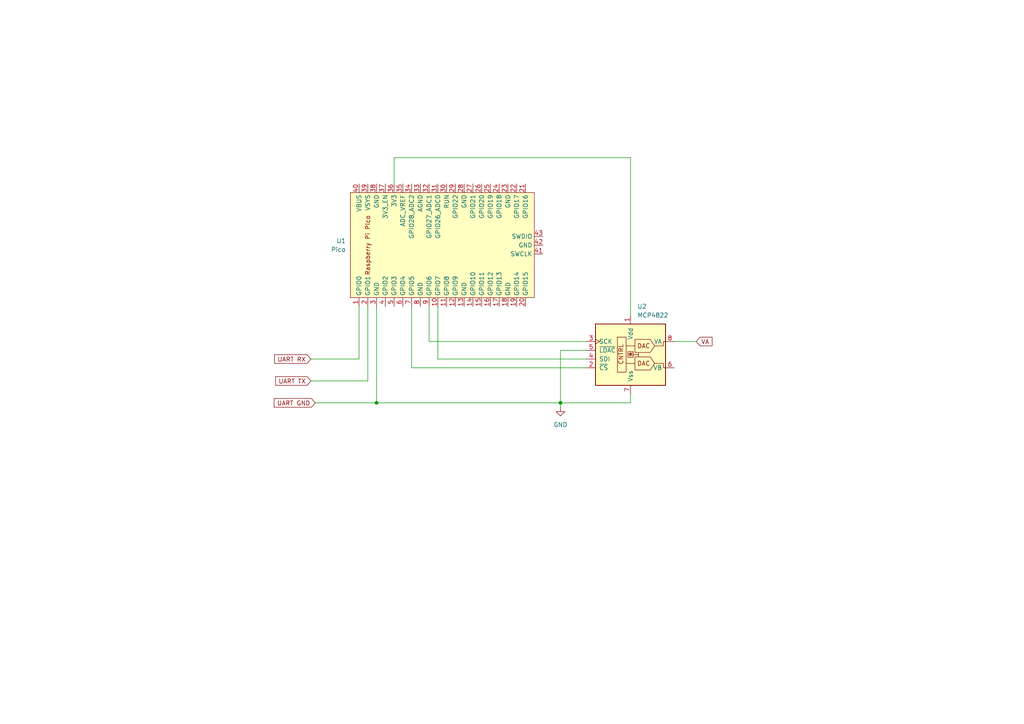
<source format=kicad_sch>
(kicad_sch (version 20230121) (generator eeschema)
  (paper "A4")
  (lib_symbols
    (symbol "Analog_DAC:MCP4822" (pin_names (offset 1.016))
      (property "Reference" "U" (at -2.54 10.795 0))
      (property "Value" "MCP4822" (at -2.54 8.89 0))
      (symbol "MCP4822_0_0"
        (polyline (pts (xy 0 -1.778) (xy 0 -0.635)))
        (polyline (pts (xy 0.381 -0.889) (xy 0.508 -0.762)))
        (polyline (pts (xy 2.286 -1.143) (xy 2.286 -1.905)))
        (polyline (pts (xy 0.381 -0.889) (xy -0.381 -0.889) (xy -0.508 -1.016)))
        (polyline (pts (xy 0.762 -1.27) (xy 2.286 -1.27) (xy 2.286 -0.762)))
        (polyline (pts (xy 0 -0.889) (xy 0.508 -1.397) (xy -0.508 -1.397) (xy 0 -0.889)))
        (polyline (pts (xy 6.985 -3.81) (xy 9.525 -3.81) (xy 9.525 -5.08) (xy 10.16 -5.08)))
        (polyline (pts (xy 6.985 1.27) (xy 9.525 1.27) (xy 9.525 2.54) (xy 10.16 2.54)))
        (rectangle (start 0.762 -0.381) (end -0.762 -2.032))
        (text "CNTRL" (at -2.032 -4.191 900) (effects (font (size 1.27 1.27)) (justify left bottom)))
        (text "DAC" (at 3.81 -3.81 0) (effects (font (size 1.27 1.27))))
        (text "DAC" (at 3.81 1.27 0) (effects (font (size 1.27 1.27))))
      )
      (symbol "MCP4822_0_1"
        (rectangle (start -10.16 7.62) (end 10.16 -10.16) (stroke (width 0.254)) (fill (type background)))
        (rectangle (start -1.27 -6.35) (end -3.81 3.81))
        (polyline (pts (xy 1.27 -3.81) (xy -1.27 -3.81)))
        (polyline (pts (xy 1.27 1.27) (xy -1.27 1.27)))
        (polyline (pts (xy 6.985 -3.81) (xy 5.715 -1.905) (xy 1.27 -1.905) (xy 1.27 -5.715) (xy 5.715 -5.715) (xy 6.985 -3.81)))
        (polyline (pts (xy 6.985 1.27) (xy 5.715 3.175) (xy 1.27 3.175) (xy 1.27 -0.635) (xy 5.715 -0.635) (xy 6.985 1.27)))
      )
      (symbol "MCP4822_1_1"
        (pin power_in line (at 0 10.16 270) (length 2.54) (name "Vdd") (number "1"))
        (pin input line (at -12.7 -5.08 0) (length 2.54) (name "~{CS}") (number "2"))
        (pin input clock (at -12.7 2.54 0) (length 2.54) (name "SCK") (number "3"))
        (pin input line (at -12.7 -2.54 0) (length 2.54) (name "SDI") (number "4"))
        (pin input line (at -12.7 0 0) (length 2.54) (name "~{LDAC}") (number "5"))
        (pin output line (at 12.7 -5.08 180) (length 2.54) (name "VB") (number "6"))
        (pin power_in line (at 0 -12.7 90) (length 2.54) (name "Vss") (number "7"))
        (pin output line (at 12.7 2.54 180) (length 2.54) (name "VA") (number "8"))
      )
    )
    (symbol "MCU_RaspberryPi_and_Boards:Pico"
      (property "Reference" "U" (at -13.97 27.94 0))
      (property "Value" "Pico" (at 0 19.05 0))
      (symbol "Pico_0_0"
        (text "Raspberry Pi Pico" (at 0 21.59 0) (effects (font (size 1.27 1.27))))
      )
      (symbol "Pico_0_1"
        (rectangle (start -15.24 26.67) (end 15.24 -26.67) (fill (type background)))
      )
      (symbol "Pico_1_1"
        (pin bidirectional line (at -17.78 24.13 0) (length 2.54) (name "GPIO0") (number "1"))
        (pin bidirectional line (at -17.78 1.27 0) (length 2.54) (name "GPIO7") (number "10"))
        (pin bidirectional line (at -17.78 -1.27 0) (length 2.54) (name "GPIO8") (number "11"))
        (pin bidirectional line (at -17.78 -3.81 0) (length 2.54) (name "GPIO9") (number "12"))
        (pin power_in line (at -17.78 -6.35 0) (length 2.54) (name "GND") (number "13"))
        (pin bidirectional line (at -17.78 -8.89 0) (length 2.54) (name "GPIO10") (number "14"))
        (pin bidirectional line (at -17.78 -11.43 0) (length 2.54) (name "GPIO11") (number "15"))
        (pin bidirectional line (at -17.78 -13.97 0) (length 2.54) (name "GPIO12") (number "16"))
        (pin bidirectional line (at -17.78 -16.51 0) (length 2.54) (name "GPIO13") (number "17"))
        (pin power_in line (at -17.78 -19.05 0) (length 2.54) (name "GND") (number "18"))
        (pin bidirectional line (at -17.78 -21.59 0) (length 2.54) (name "GPIO14") (number "19"))
        (pin bidirectional line (at -17.78 21.59 0) (length 2.54) (name "GPIO1") (number "2"))
        (pin bidirectional line (at -17.78 -24.13 0) (length 2.54) (name "GPIO15") (number "20"))
        (pin bidirectional line (at 17.78 -24.13 180) (length 2.54) (name "GPIO16") (number "21"))
        (pin bidirectional line (at 17.78 -21.59 180) (length 2.54) (name "GPIO17") (number "22"))
        (pin power_in line (at 17.78 -19.05 180) (length 2.54) (name "GND") (number "23"))
        (pin bidirectional line (at 17.78 -16.51 180) (length 2.54) (name "GPIO18") (number "24"))
        (pin bidirectional line (at 17.78 -13.97 180) (length 2.54) (name "GPIO19") (number "25"))
        (pin bidirectional line (at 17.78 -11.43 180) (length 2.54) (name "GPIO20") (number "26"))
        (pin bidirectional line (at 17.78 -8.89 180) (length 2.54) (name "GPIO21") (number "27"))
        (pin power_in line (at 17.78 -6.35 180) (length 2.54) (name "GND") (number "28"))
        (pin bidirectional line (at 17.78 -3.81 180) (length 2.54) (name "GPIO22") (number "29"))
        (pin power_in line (at -17.78 19.05 0) (length 2.54) (name "GND") (number "3"))
        (pin input line (at 17.78 -1.27 180) (length 2.54) (name "RUN") (number "30"))
        (pin bidirectional line (at 17.78 1.27 180) (length 2.54) (name "GPIO26_ADC0") (number "31"))
        (pin bidirectional line (at 17.78 3.81 180) (length 2.54) (name "GPIO27_ADC1") (number "32"))
        (pin power_in line (at 17.78 6.35 180) (length 2.54) (name "AGND") (number "33"))
        (pin bidirectional line (at 17.78 8.89 180) (length 2.54) (name "GPIO28_ADC2") (number "34"))
        (pin power_in line (at 17.78 11.43 180) (length 2.54) (name "ADC_VREF") (number "35"))
        (pin power_in line (at 17.78 13.97 180) (length 2.54) (name "3V3") (number "36"))
        (pin input line (at 17.78 16.51 180) (length 2.54) (name "3V3_EN") (number "37"))
        (pin bidirectional line (at 17.78 19.05 180) (length 2.54) (name "GND") (number "38"))
        (pin power_in line (at 17.78 21.59 180) (length 2.54) (name "VSYS") (number "39"))
        (pin bidirectional line (at -17.78 16.51 0) (length 2.54) (name "GPIO2") (number "4"))
        (pin power_in line (at 17.78 24.13 180) (length 2.54) (name "VBUS") (number "40"))
        (pin input line (at -2.54 -29.21 90) (length 2.54) (name "SWCLK") (number "41"))
        (pin power_in line (at 0 -29.21 90) (length 2.54) (name "GND") (number "42"))
        (pin bidirectional line (at 2.54 -29.21 90) (length 2.54) (name "SWDIO") (number "43"))
        (pin bidirectional line (at -17.78 13.97 0) (length 2.54) (name "GPIO3") (number "5"))
        (pin bidirectional line (at -17.78 11.43 0) (length 2.54) (name "GPIO4") (number "6"))
        (pin bidirectional line (at -17.78 8.89 0) (length 2.54) (name "GPIO5") (number "7"))
        (pin power_in line (at -17.78 6.35 0) (length 2.54) (name "GND") (number "8"))
        (pin bidirectional line (at -17.78 3.81 0) (length 2.54) (name "GPIO6") (number "9"))
      )
    )
    (symbol "power:GND" (power) (pin_names (offset 0))
      (property "Value" "GND" (at 0 -3.81 0))
      (symbol "GND_0_1"
        (polyline (pts (xy 0 0) (xy 0 -1.27) (xy 1.27 -1.27) (xy 0 -2.54) (xy -1.27 -1.27) (xy 0 -1.27)))
      )
      (symbol "GND_1_1"
        (pin power_in line (at 0 0 270) (length 0) hide (name "GND") (number "1"))
      )
    )
  )
  (junction (at 109.22 116.84))
  (junction (at 162.56 116.84))
  (wire (pts (xy 109.22 88.9) (xy 109.22 116.84)))
  (wire (pts (xy 162.56 116.84) (xy 162.56 118.11)))
  (wire (pts (xy 90.17 104.14) (xy 104.14 104.14)))
  (wire (pts (xy 106.68 88.9) (xy 106.68 110.49)))
  (wire (pts (xy 127 88.9) (xy 127 104.14)))
  (wire (pts (xy 182.88 45.72) (xy 182.88 91.44)))
  (wire (pts (xy 127 104.14) (xy 170.18 104.14)))
  (wire (pts (xy 124.46 99.06) (xy 170.18 99.06)))
  (wire (pts (xy 91.44 116.84) (xy 109.22 116.84)))
  (wire (pts (xy 106.68 110.49) (xy 90.17 110.49)))
  (wire (pts (xy 114.3 45.72) (xy 114.3 53.34)))
  (wire (pts (xy 119.38 106.68) (xy 170.18 106.68)))
  (wire (pts (xy 195.58 99.06) (xy 201.93 99.06)))
  (wire (pts (xy 124.46 88.9) (xy 124.46 99.06)))
  (wire (pts (xy 182.88 116.84) (xy 162.56 116.84)))
  (wire (pts (xy 182.88 114.3) (xy 182.88 116.84)))
  (wire (pts (xy 104.14 104.14) (xy 104.14 88.9)))
  (wire (pts (xy 170.18 101.6) (xy 162.56 101.6)))
  (wire (pts (xy 119.38 88.9) (xy 119.38 106.68)))
  (wire (pts (xy 109.22 116.84) (xy 162.56 116.84)))
  (wire (pts (xy 182.88 45.72) (xy 114.3 45.72)))
  (wire (pts (xy 162.56 101.6) (xy 162.56 116.84)))
  (global_label "VA" (shape input) (at 201.93 99.06 0) (property "Intersheetrefs" "${INTERSHEET_REFS}" (effects hide)))
  (global_label "UART RX" (shape input) (at 90.17 104.14 180) (property "Intersheetrefs" "${INTERSHEET_REFS}" (effects hide)))
  (global_label "UART GND" (shape input) (at 91.44 116.84 180) (property "Intersheetrefs" "${INTERSHEET_REFS}" (effects hide)))
  (global_label "UART TX" (shape input) (at 90.17 110.49 180) (property "Intersheetrefs" "${INTERSHEET_REFS}" (effects hide)))
  (symbol (lib_id "Analog_DAC:MCP4822") (at 182.88 101.6 0) (unit 1)
    (property "Reference" "U2" (at 184.8359 88.9 0) (effects (justify left)))
    (property "Value" "MCP4822" (at 184.8359 91.44 0) (effects (justify left)))
    (property "Datasheet" "http://ww1.microchip.com/downloads/en/DeviceDoc/20002249B.pdf" (effects hide))
  )
  (symbol (lib_id "power:GND") (at 162.56 118.11 0) (unit 1)
    (property "Reference" "#PWR01" (effects hide))
    (property "Value" "GND" (at 162.56 123.19 0))
  )
  (symbol (lib_id "MCU_RaspberryPi_and_Boards:Pico") (at 128.27 71.12 90) (unit 1)
    (property "Reference" "U1" (at 100.33 69.85 90) (effects (justify left)))
    (property "Value" "Pico" (at 100.33 72.39 90) (effects (justify left)))
    (property "Footprint" "RPi_Pico:RPi_Pico_SMD_TH" (effects hide))
  )
)
</source>
